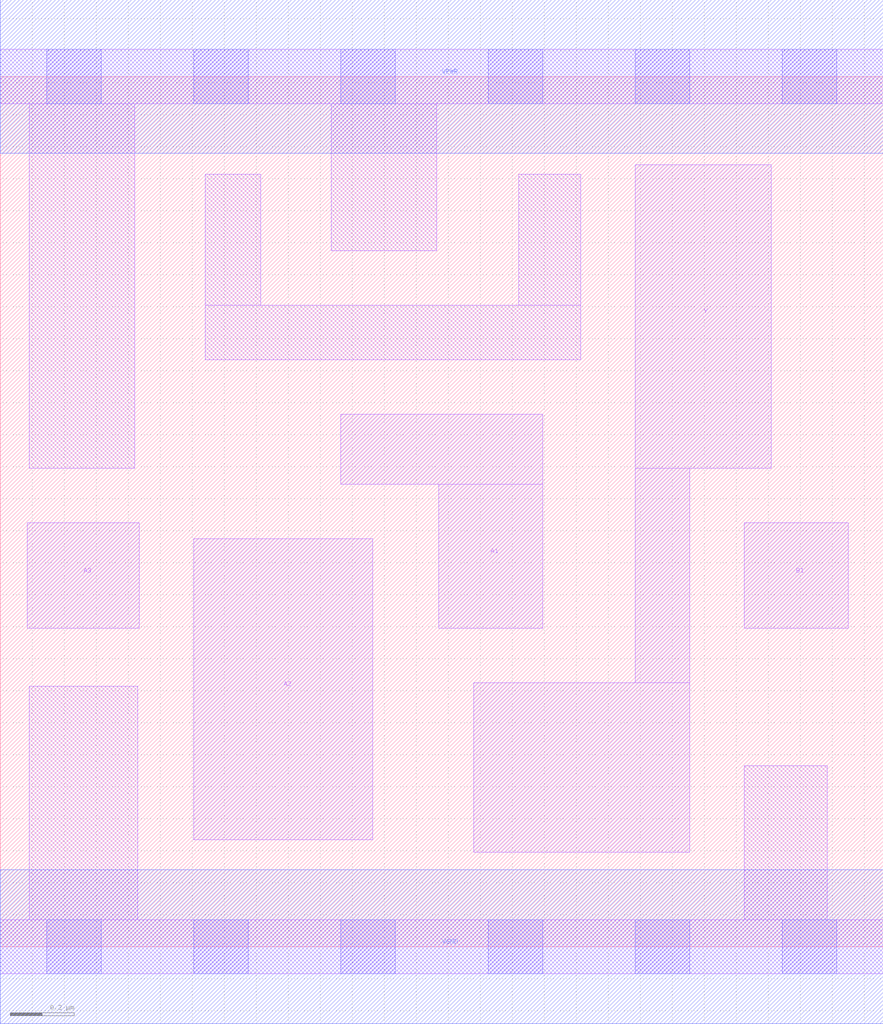
<source format=lef>
# Copyright 2020 The SkyWater PDK Authors
#
# Licensed under the Apache License, Version 2.0 (the "License");
# you may not use this file except in compliance with the License.
# You may obtain a copy of the License at
#
#     https://www.apache.org/licenses/LICENSE-2.0
#
# Unless required by applicable law or agreed to in writing, software
# distributed under the License is distributed on an "AS IS" BASIS,
# WITHOUT WARRANTIES OR CONDITIONS OF ANY KIND, either express or implied.
# See the License for the specific language governing permissions and
# limitations under the License.
#
# SPDX-License-Identifier: Apache-2.0

VERSION 5.7 ;
BUSBITCHARS "[]" ;
DIVIDERCHAR "/" ;
PROPERTYDEFINITIONS
  MACRO maskLayoutSubType STRING ;
  MACRO prCellType STRING ;
  MACRO originalViewName STRING ;
END PROPERTYDEFINITIONS
MACRO sky130_fd_sc_hdll__a31oi_1
  ORIGIN  0.000000  0.000000 ;
  CLASS CORE ;
  SYMMETRY X Y R90 ;
  SIZE  2.760000 BY  2.720000 ;
  SITE unithd ;
  PIN A1
    ANTENNAGATEAREA  0.277500 ;
    DIRECTION INPUT ;
    USE SIGNAL ;
    PORT
      LAYER li1 ;
        RECT 1.065000 1.445000 1.695000 1.665000 ;
        RECT 1.370000 0.995000 1.695000 1.445000 ;
    END
  END A1
  PIN A2
    ANTENNAGATEAREA  0.277500 ;
    DIRECTION INPUT ;
    USE SIGNAL ;
    PORT
      LAYER li1 ;
        RECT 0.605000 0.335000 1.165000 1.275000 ;
    END
  END A2
  PIN A3
    ANTENNAGATEAREA  0.277500 ;
    DIRECTION INPUT ;
    USE SIGNAL ;
    PORT
      LAYER li1 ;
        RECT 0.085000 0.995000 0.435000 1.325000 ;
    END
  END A3
  PIN B1
    ANTENNAGATEAREA  0.277500 ;
    DIRECTION INPUT ;
    USE SIGNAL ;
    PORT
      LAYER li1 ;
        RECT 2.325000 0.995000 2.650000 1.325000 ;
    END
  END B1
  PIN VGND
    DIRECTION INOUT ;
    USE SIGNAL ;
    PORT
      LAYER met1 ;
        RECT 0.000000 -0.240000 2.760000 0.240000 ;
    END
  END VGND
  PIN VPWR
    DIRECTION INOUT ;
    USE SIGNAL ;
    PORT
      LAYER met1 ;
        RECT 0.000000 2.480000 2.760000 2.960000 ;
    END
  END VPWR
  PIN Y
    ANTENNADIFFAREA  0.523800 ;
    DIRECTION OUTPUT ;
    USE SIGNAL ;
    PORT
      LAYER li1 ;
        RECT 1.480000 0.295000 2.155000 0.825000 ;
        RECT 1.985000 0.825000 2.155000 1.495000 ;
        RECT 1.985000 1.495000 2.410000 2.445000 ;
    END
  END Y
  OBS
    LAYER li1 ;
      RECT 0.000000 -0.085000 2.760000 0.085000 ;
      RECT 0.000000  2.635000 2.760000 2.805000 ;
      RECT 0.090000  0.085000 0.430000 0.815000 ;
      RECT 0.090000  1.495000 0.420000 2.635000 ;
      RECT 0.640000  1.835000 1.815000 2.005000 ;
      RECT 0.640000  2.005000 0.815000 2.415000 ;
      RECT 1.035000  2.175000 1.365000 2.635000 ;
      RECT 1.620000  2.005000 1.815000 2.415000 ;
      RECT 2.325000  0.085000 2.585000 0.565000 ;
    LAYER mcon ;
      RECT 0.145000 -0.085000 0.315000 0.085000 ;
      RECT 0.145000  2.635000 0.315000 2.805000 ;
      RECT 0.605000 -0.085000 0.775000 0.085000 ;
      RECT 0.605000  2.635000 0.775000 2.805000 ;
      RECT 1.065000 -0.085000 1.235000 0.085000 ;
      RECT 1.065000  2.635000 1.235000 2.805000 ;
      RECT 1.525000 -0.085000 1.695000 0.085000 ;
      RECT 1.525000  2.635000 1.695000 2.805000 ;
      RECT 1.985000 -0.085000 2.155000 0.085000 ;
      RECT 1.985000  2.635000 2.155000 2.805000 ;
      RECT 2.445000 -0.085000 2.615000 0.085000 ;
      RECT 2.445000  2.635000 2.615000 2.805000 ;
  END
  PROPERTY maskLayoutSubType "abstract" ;
  PROPERTY prCellType "standard" ;
  PROPERTY originalViewName "layout" ;
END sky130_fd_sc_hdll__a31oi_1
END LIBRARY

</source>
